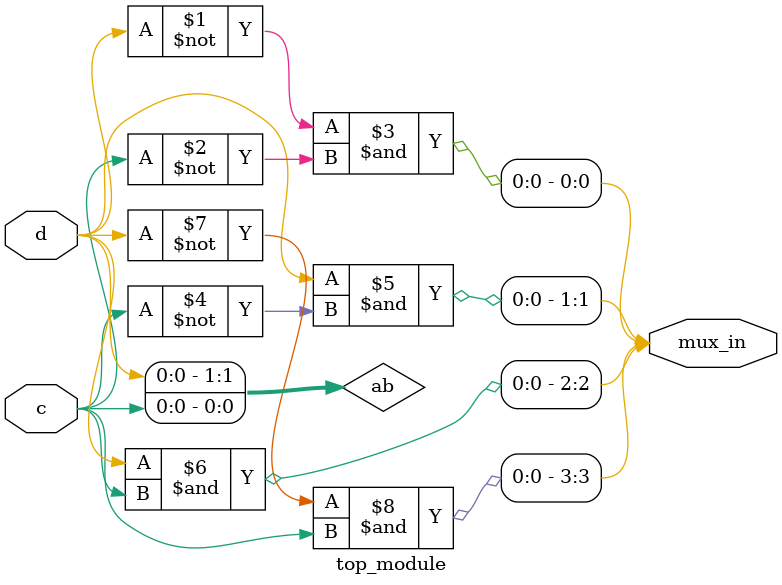
<source format=sv>
module top_module (
    input c,
    input d,
    output [3:0] mux_in
);

    wire [1:0] ab;
    assign ab[0] = c;
    assign ab[1] = d;

    assign mux_in[0] = (~ab[1] & ~ab[0]);
    assign mux_in[1] = (ab[1] & ~ab[0]);
    assign mux_in[2] = (ab[1] & ab[0]);
    assign mux_in[3] = (~ab[1] & ab[0]);

endmodule

</source>
